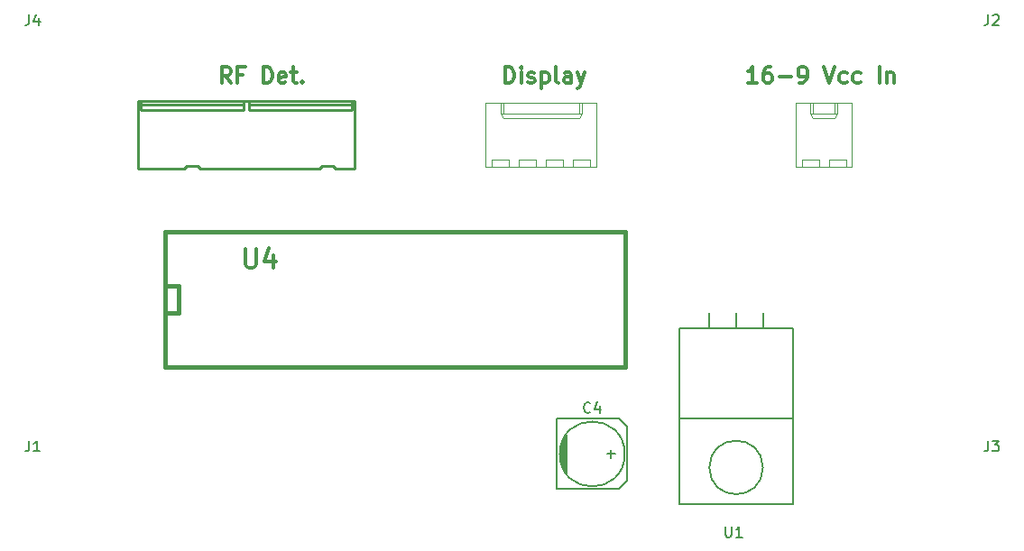
<source format=gto>
G04 #@! TF.FileFunction,Legend,Top*
%FSLAX46Y46*%
G04 Gerber Fmt 4.6, Leading zero omitted, Abs format (unit mm)*
G04 Created by KiCad (PCBNEW 4.0.6) date 07/16/17 10:36:20*
%MOMM*%
%LPD*%
G01*
G04 APERTURE LIST*
%ADD10C,0.100000*%
%ADD11C,0.300000*%
%ADD12C,0.150000*%
%ADD13C,0.381000*%
%ADD14C,0.120000*%
%ADD15C,0.254000*%
%ADD16C,0.304800*%
G04 APERTURE END LIST*
D10*
D11*
X140321429Y-75678571D02*
X140321429Y-74178571D01*
X140678572Y-74178571D01*
X140892857Y-74250000D01*
X141035715Y-74392857D01*
X141107143Y-74535714D01*
X141178572Y-74821429D01*
X141178572Y-75035714D01*
X141107143Y-75321429D01*
X141035715Y-75464286D01*
X140892857Y-75607143D01*
X140678572Y-75678571D01*
X140321429Y-75678571D01*
X141821429Y-75678571D02*
X141821429Y-74678571D01*
X141821429Y-74178571D02*
X141750000Y-74250000D01*
X141821429Y-74321429D01*
X141892857Y-74250000D01*
X141821429Y-74178571D01*
X141821429Y-74321429D01*
X142464286Y-75607143D02*
X142607143Y-75678571D01*
X142892858Y-75678571D01*
X143035715Y-75607143D01*
X143107143Y-75464286D01*
X143107143Y-75392857D01*
X143035715Y-75250000D01*
X142892858Y-75178571D01*
X142678572Y-75178571D01*
X142535715Y-75107143D01*
X142464286Y-74964286D01*
X142464286Y-74892857D01*
X142535715Y-74750000D01*
X142678572Y-74678571D01*
X142892858Y-74678571D01*
X143035715Y-74750000D01*
X143750001Y-74678571D02*
X143750001Y-76178571D01*
X143750001Y-74750000D02*
X143892858Y-74678571D01*
X144178572Y-74678571D01*
X144321429Y-74750000D01*
X144392858Y-74821429D01*
X144464287Y-74964286D01*
X144464287Y-75392857D01*
X144392858Y-75535714D01*
X144321429Y-75607143D01*
X144178572Y-75678571D01*
X143892858Y-75678571D01*
X143750001Y-75607143D01*
X145321430Y-75678571D02*
X145178572Y-75607143D01*
X145107144Y-75464286D01*
X145107144Y-74178571D01*
X146535715Y-75678571D02*
X146535715Y-74892857D01*
X146464286Y-74750000D01*
X146321429Y-74678571D01*
X146035715Y-74678571D01*
X145892858Y-74750000D01*
X146535715Y-75607143D02*
X146392858Y-75678571D01*
X146035715Y-75678571D01*
X145892858Y-75607143D01*
X145821429Y-75464286D01*
X145821429Y-75321429D01*
X145892858Y-75178571D01*
X146035715Y-75107143D01*
X146392858Y-75107143D01*
X146535715Y-75035714D01*
X147107144Y-74678571D02*
X147464287Y-75678571D01*
X147821429Y-74678571D02*
X147464287Y-75678571D01*
X147321429Y-76035714D01*
X147250001Y-76107143D01*
X147107144Y-76178571D01*
X163964287Y-75678571D02*
X163107144Y-75678571D01*
X163535716Y-75678571D02*
X163535716Y-74178571D01*
X163392859Y-74392857D01*
X163250001Y-74535714D01*
X163107144Y-74607143D01*
X165250001Y-74178571D02*
X164964287Y-74178571D01*
X164821430Y-74250000D01*
X164750001Y-74321429D01*
X164607144Y-74535714D01*
X164535715Y-74821429D01*
X164535715Y-75392857D01*
X164607144Y-75535714D01*
X164678572Y-75607143D01*
X164821430Y-75678571D01*
X165107144Y-75678571D01*
X165250001Y-75607143D01*
X165321430Y-75535714D01*
X165392858Y-75392857D01*
X165392858Y-75035714D01*
X165321430Y-74892857D01*
X165250001Y-74821429D01*
X165107144Y-74750000D01*
X164821430Y-74750000D01*
X164678572Y-74821429D01*
X164607144Y-74892857D01*
X164535715Y-75035714D01*
X166035715Y-75107143D02*
X167178572Y-75107143D01*
X167964286Y-75678571D02*
X168250001Y-75678571D01*
X168392858Y-75607143D01*
X168464286Y-75535714D01*
X168607144Y-75321429D01*
X168678572Y-75035714D01*
X168678572Y-74464286D01*
X168607144Y-74321429D01*
X168535715Y-74250000D01*
X168392858Y-74178571D01*
X168107144Y-74178571D01*
X167964286Y-74250000D01*
X167892858Y-74321429D01*
X167821429Y-74464286D01*
X167821429Y-74821429D01*
X167892858Y-74964286D01*
X167964286Y-75035714D01*
X168107144Y-75107143D01*
X168392858Y-75107143D01*
X168535715Y-75035714D01*
X168607144Y-74964286D01*
X168678572Y-74821429D01*
X170250000Y-74178571D02*
X170750000Y-75678571D01*
X171250000Y-74178571D01*
X172392857Y-75607143D02*
X172250000Y-75678571D01*
X171964286Y-75678571D01*
X171821428Y-75607143D01*
X171750000Y-75535714D01*
X171678571Y-75392857D01*
X171678571Y-74964286D01*
X171750000Y-74821429D01*
X171821428Y-74750000D01*
X171964286Y-74678571D01*
X172250000Y-74678571D01*
X172392857Y-74750000D01*
X173678571Y-75607143D02*
X173535714Y-75678571D01*
X173250000Y-75678571D01*
X173107142Y-75607143D01*
X173035714Y-75535714D01*
X172964285Y-75392857D01*
X172964285Y-74964286D01*
X173035714Y-74821429D01*
X173107142Y-74750000D01*
X173250000Y-74678571D01*
X173535714Y-74678571D01*
X173678571Y-74750000D01*
X175464285Y-75678571D02*
X175464285Y-74178571D01*
X176178571Y-74678571D02*
X176178571Y-75678571D01*
X176178571Y-74821429D02*
X176249999Y-74750000D01*
X176392857Y-74678571D01*
X176607142Y-74678571D01*
X176749999Y-74750000D01*
X176821428Y-74892857D01*
X176821428Y-75678571D01*
X114571429Y-75678571D02*
X114071429Y-74964286D01*
X113714286Y-75678571D02*
X113714286Y-74178571D01*
X114285714Y-74178571D01*
X114428572Y-74250000D01*
X114500000Y-74321429D01*
X114571429Y-74464286D01*
X114571429Y-74678571D01*
X114500000Y-74821429D01*
X114428572Y-74892857D01*
X114285714Y-74964286D01*
X113714286Y-74964286D01*
X115714286Y-74892857D02*
X115214286Y-74892857D01*
X115214286Y-75678571D02*
X115214286Y-74178571D01*
X115928572Y-74178571D01*
X117642857Y-75678571D02*
X117642857Y-74178571D01*
X118000000Y-74178571D01*
X118214285Y-74250000D01*
X118357143Y-74392857D01*
X118428571Y-74535714D01*
X118500000Y-74821429D01*
X118500000Y-75035714D01*
X118428571Y-75321429D01*
X118357143Y-75464286D01*
X118214285Y-75607143D01*
X118000000Y-75678571D01*
X117642857Y-75678571D01*
X119714285Y-75607143D02*
X119571428Y-75678571D01*
X119285714Y-75678571D01*
X119142857Y-75607143D01*
X119071428Y-75464286D01*
X119071428Y-74892857D01*
X119142857Y-74750000D01*
X119285714Y-74678571D01*
X119571428Y-74678571D01*
X119714285Y-74750000D01*
X119785714Y-74892857D01*
X119785714Y-75035714D01*
X119071428Y-75178571D01*
X120214285Y-74678571D02*
X120785714Y-74678571D01*
X120428571Y-74178571D02*
X120428571Y-75464286D01*
X120499999Y-75607143D01*
X120642857Y-75678571D01*
X120785714Y-75678571D01*
X121285714Y-75535714D02*
X121357142Y-75607143D01*
X121285714Y-75678571D01*
X121214285Y-75607143D01*
X121285714Y-75535714D01*
X121285714Y-75678571D01*
D12*
X164540000Y-98683000D02*
X164540000Y-97286000D01*
X162000000Y-98683000D02*
X162000000Y-97286000D01*
X159460000Y-98683000D02*
X159460000Y-97286000D01*
X164514472Y-111764000D02*
G75*
G03X164514472Y-111764000I-2514472J0D01*
G01*
X156666000Y-107192000D02*
X156666000Y-115193000D01*
X156666000Y-115193000D02*
X167334000Y-115193000D01*
X167334000Y-115193000D02*
X167334000Y-107192000D01*
X156666000Y-98683000D02*
X156666000Y-107192000D01*
X156666000Y-107192000D02*
X167334000Y-107192000D01*
X167334000Y-107192000D02*
X167334000Y-98683000D01*
X162000000Y-98683000D02*
X167334000Y-98683000D01*
X162000000Y-98683000D02*
X156666000Y-98683000D01*
D13*
X108390000Y-89650000D02*
X151570000Y-89650000D01*
X151570000Y-89650000D02*
X151570000Y-102350000D01*
X151570000Y-102350000D02*
X108390000Y-102350000D01*
X108390000Y-102350000D02*
X108390000Y-89650000D01*
X108390000Y-97270000D02*
X109660000Y-97270000D01*
X109660000Y-97270000D02*
X109660000Y-94730000D01*
X109660000Y-94730000D02*
X108390000Y-94730000D01*
D12*
X145579000Y-109738000D02*
X145579000Y-111262000D01*
X145706000Y-111643000D02*
X145706000Y-109357000D01*
X145833000Y-109103000D02*
X145833000Y-111897000D01*
X145960000Y-112151000D02*
X145960000Y-108849000D01*
X146087000Y-108722000D02*
X146087000Y-112278000D01*
X145198000Y-107198000D02*
X145198000Y-113802000D01*
X145198000Y-113802000D02*
X151040000Y-113802000D01*
X151040000Y-113802000D02*
X151802000Y-113040000D01*
X151802000Y-113040000D02*
X151802000Y-107960000D01*
X151802000Y-107960000D02*
X151040000Y-107198000D01*
X151040000Y-107198000D02*
X145198000Y-107198000D01*
X150659000Y-110500000D02*
X149897000Y-110500000D01*
X150278000Y-110119000D02*
X150278000Y-110881000D01*
X151548000Y-110500000D02*
G75*
G03X151548000Y-110500000I-3048000J0D01*
G01*
D14*
X172870000Y-83520000D02*
X172870000Y-77520000D01*
X172870000Y-77520000D02*
X167590000Y-77520000D01*
X167590000Y-77520000D02*
X167590000Y-83520000D01*
X167590000Y-83520000D02*
X172870000Y-83520000D01*
X171500000Y-77520000D02*
X171500000Y-78520000D01*
X171500000Y-78520000D02*
X168960000Y-78520000D01*
X168960000Y-78520000D02*
X168960000Y-77520000D01*
X171500000Y-78520000D02*
X171250000Y-78950000D01*
X171250000Y-78950000D02*
X169210000Y-78950000D01*
X169210000Y-78950000D02*
X168960000Y-78520000D01*
X171250000Y-77520000D02*
X171250000Y-78520000D01*
X169210000Y-77520000D02*
X169210000Y-78520000D01*
X172300000Y-83520000D02*
X172300000Y-82900000D01*
X172300000Y-82900000D02*
X170700000Y-82900000D01*
X170700000Y-82900000D02*
X170700000Y-83520000D01*
X169760000Y-83520000D02*
X169760000Y-82900000D01*
X169760000Y-82900000D02*
X168160000Y-82900000D01*
X168160000Y-82900000D02*
X168160000Y-83520000D01*
X148870000Y-83520000D02*
X148870000Y-77520000D01*
X148870000Y-77520000D02*
X138510000Y-77520000D01*
X138510000Y-77520000D02*
X138510000Y-83520000D01*
X138510000Y-83520000D02*
X148870000Y-83520000D01*
X147500000Y-77520000D02*
X147500000Y-78520000D01*
X147500000Y-78520000D02*
X139880000Y-78520000D01*
X139880000Y-78520000D02*
X139880000Y-77520000D01*
X147500000Y-78520000D02*
X147250000Y-78950000D01*
X147250000Y-78950000D02*
X140130000Y-78950000D01*
X140130000Y-78950000D02*
X139880000Y-78520000D01*
X147250000Y-77520000D02*
X147250000Y-78520000D01*
X140130000Y-77520000D02*
X140130000Y-78520000D01*
X148300000Y-83520000D02*
X148300000Y-82900000D01*
X148300000Y-82900000D02*
X146700000Y-82900000D01*
X146700000Y-82900000D02*
X146700000Y-83520000D01*
X145760000Y-83520000D02*
X145760000Y-82900000D01*
X145760000Y-82900000D02*
X144160000Y-82900000D01*
X144160000Y-82900000D02*
X144160000Y-83520000D01*
X143220000Y-83520000D02*
X143220000Y-82900000D01*
X143220000Y-82900000D02*
X141620000Y-82900000D01*
X141620000Y-82900000D02*
X141620000Y-83520000D01*
X140680000Y-83520000D02*
X140680000Y-82900000D01*
X140680000Y-82900000D02*
X139080000Y-82900000D01*
X139080000Y-82900000D02*
X139080000Y-83520000D01*
D15*
X116254000Y-77706000D02*
X125906000Y-77706000D01*
X116254000Y-78214000D02*
X125906000Y-78214000D01*
X111682000Y-83675000D02*
X122858000Y-83675000D01*
X126160000Y-77325000D02*
X105840000Y-77325000D01*
X115746000Y-77706000D02*
X106094000Y-77706000D01*
X115746000Y-78214000D02*
X106094000Y-78214000D01*
X106094000Y-78214000D02*
X106094000Y-77325000D01*
X125906000Y-78214000D02*
X125906000Y-77325000D01*
X116254000Y-78214000D02*
X116254000Y-77325000D01*
X115746000Y-78214000D02*
X115746000Y-77325000D01*
X110158000Y-83675000D02*
X105840000Y-83675000D01*
X123112000Y-83421000D02*
X124128000Y-83421000D01*
X123112000Y-83421000D02*
X122858000Y-83675000D01*
X124128000Y-83421000D02*
X124382000Y-83675000D01*
X124382000Y-83675000D02*
X126160000Y-83675000D01*
X111428000Y-83421000D02*
X111682000Y-83675000D01*
X110412000Y-83421000D02*
X110158000Y-83675000D01*
X110412000Y-83421000D02*
X111428000Y-83421000D01*
X126160000Y-77325000D02*
X126160000Y-83675000D01*
X105840000Y-83675000D02*
X105840000Y-77325000D01*
D12*
X160989175Y-117302221D02*
X160989175Y-118111745D01*
X161036794Y-118206983D01*
X161084413Y-118254602D01*
X161179651Y-118302221D01*
X161370128Y-118302221D01*
X161465366Y-118254602D01*
X161512985Y-118206983D01*
X161560604Y-118111745D01*
X161560604Y-117302221D01*
X162560604Y-118302221D02*
X161989175Y-118302221D01*
X162274889Y-118302221D02*
X162274889Y-117302221D01*
X162179651Y-117445078D01*
X162084413Y-117540316D01*
X161989175Y-117587935D01*
D16*
X115925333Y-91216333D02*
X115925333Y-92655667D01*
X116010000Y-92825000D01*
X116094667Y-92909667D01*
X116264000Y-92994333D01*
X116602667Y-92994333D01*
X116772000Y-92909667D01*
X116856667Y-92825000D01*
X116941333Y-92655667D01*
X116941333Y-91216333D01*
X118550000Y-91809000D02*
X118550000Y-92994333D01*
X118126667Y-91131667D02*
X117703334Y-92401667D01*
X118804000Y-92401667D01*
D12*
X148333334Y-106539143D02*
X148285715Y-106586762D01*
X148142858Y-106634381D01*
X148047620Y-106634381D01*
X147904762Y-106586762D01*
X147809524Y-106491524D01*
X147761905Y-106396286D01*
X147714286Y-106205810D01*
X147714286Y-106062952D01*
X147761905Y-105872476D01*
X147809524Y-105777238D01*
X147904762Y-105682000D01*
X148047620Y-105634381D01*
X148142858Y-105634381D01*
X148285715Y-105682000D01*
X148333334Y-105729619D01*
X149190477Y-105967714D02*
X149190477Y-106634381D01*
X148952381Y-105586762D02*
X148714286Y-106301048D01*
X149333334Y-106301048D01*
X95666667Y-109252381D02*
X95666667Y-109966667D01*
X95619047Y-110109524D01*
X95523809Y-110204762D01*
X95380952Y-110252381D01*
X95285714Y-110252381D01*
X96666667Y-110252381D02*
X96095238Y-110252381D01*
X96380952Y-110252381D02*
X96380952Y-109252381D01*
X96285714Y-109395238D01*
X96190476Y-109490476D01*
X96095238Y-109538095D01*
X185666667Y-69252381D02*
X185666667Y-69966667D01*
X185619047Y-70109524D01*
X185523809Y-70204762D01*
X185380952Y-70252381D01*
X185285714Y-70252381D01*
X186095238Y-69347619D02*
X186142857Y-69300000D01*
X186238095Y-69252381D01*
X186476191Y-69252381D01*
X186571429Y-69300000D01*
X186619048Y-69347619D01*
X186666667Y-69442857D01*
X186666667Y-69538095D01*
X186619048Y-69680952D01*
X186047619Y-70252381D01*
X186666667Y-70252381D01*
X185666667Y-109252381D02*
X185666667Y-109966667D01*
X185619047Y-110109524D01*
X185523809Y-110204762D01*
X185380952Y-110252381D01*
X185285714Y-110252381D01*
X186047619Y-109252381D02*
X186666667Y-109252381D01*
X186333333Y-109633333D01*
X186476191Y-109633333D01*
X186571429Y-109680952D01*
X186619048Y-109728571D01*
X186666667Y-109823810D01*
X186666667Y-110061905D01*
X186619048Y-110157143D01*
X186571429Y-110204762D01*
X186476191Y-110252381D01*
X186190476Y-110252381D01*
X186095238Y-110204762D01*
X186047619Y-110157143D01*
X95666667Y-69252381D02*
X95666667Y-69966667D01*
X95619047Y-70109524D01*
X95523809Y-70204762D01*
X95380952Y-70252381D01*
X95285714Y-70252381D01*
X96571429Y-69585714D02*
X96571429Y-70252381D01*
X96333333Y-69204762D02*
X96095238Y-69919048D01*
X96714286Y-69919048D01*
D16*
M02*

</source>
